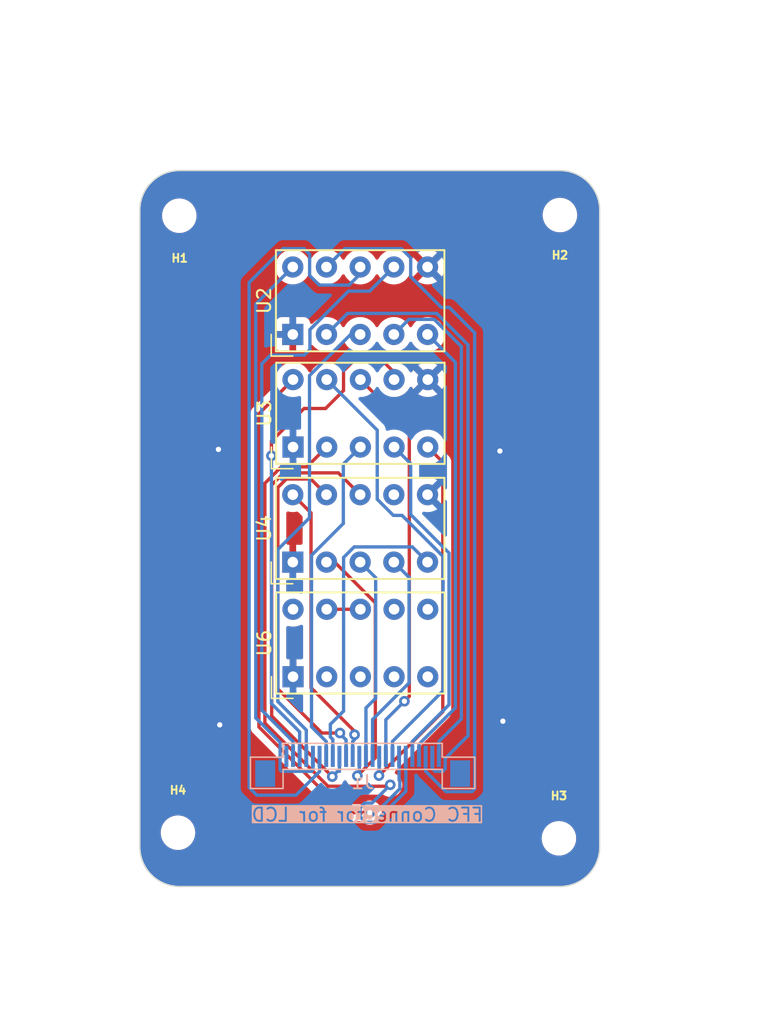
<source format=kicad_pcb>
(kicad_pcb (version 20221018) (generator pcbnew)
  (layers (0 "F.Cu" signal) (31 "B.Cu" signal) (34 "B.Paste" user) (35 "F.Paste" user) (36 "B.SilkS" user "B.Silkscreen") (37 "F.SilkS" user "F.Silkscreen") (38 "B.Mask" user) (39 "F.Mask" user) (44 "Edge.Cuts" user))
  (net 0 "")
  (net 1 "+5V")
  (net 5 "200V_RANGE")
  (net 6 "ICL7107_E1")
  (net 7 "ICL7107_D1")
  (net 8 "ICL7107_C1")
  (net 9 "20V_RANGE")
  (net 10 "ICL7107_E2")
  (net 11 "ICL7107_D2")
  (net 12 "ICL7107_C2")
  (net 13 "ICL7107_E3")
  (net 14 "ICL7107_D3")
  (net 15 "ICL7107_C3")
  (net 16 "ICL7107_B3")
  (net 17 "ICL7107_A3")
  (net 18 "ICL7107_F3")
  (net 19 "ICL7107_G3")
  (net 20 "ICL7107_B2")
  (net 21 "ICL7107_A2")
  (net 22 "ICL7107_F2")
  (net 23 "ICL7107_G2")
  (net 24 "ICL7107_B1")
  (net 25 "ICL7107_A1")
  (net 26 "ICL7107_F1")
  (net 27 "ICL7107_G1")
  (net 31 "ICL7107_AB4")
  (footprint "MountingHole:MountingHole_2.1mm" (layer "F.Cu") (at 156.95 72.7)
    (fp_text reference "H2" (at 0 3.025) (layer "F.SilkS") (effects (font (size 0.6 0.6))))
    (fp_text value "MountingHole")
    (pad "" np_thru_hole circle (at 0 0) (size 2.1 2.1) (drill 2.1) (layers "*.Cu" "*.Mask"))
  )
  (footprint "MountingHole:MountingHole_2.1mm" (layer "F.Cu") (at 128.15 119.225)
    (fp_text reference "H4" (at 0 -3.2) (layer "F.SilkS") (effects (font (size 0.6 0.6))))
    (fp_text value "MountingHole")
    (pad "" np_thru_hole circle (at 0 0) (size 2.1 2.1) (drill 2.1) (layers "*.Cu" "*.Mask"))
  )
  (footprint "Display_7Segment:HDSP-7401" (layer "F.Cu") (at 136.825 90.175 90)
    (fp_text reference "U3" (at 2.54 -2.159 90) (layer "F.SilkS"))
    (fp_text value "HDSP-7401")
    (fp_line (start -1.63 -1.63) (end 0 -1.63) (stroke (width 0.12)) (layer "F.SilkS"))
    (fp_line (start -1.63 0) (end -1.63 -1.63) (stroke (width 0.12)) (layer "F.SilkS"))
    (fp_line (start -1.27 -1.27) (end -1.27 11.43) (stroke (width 0.15)) (layer "F.SilkS"))
    (fp_line (start -1.27 11.43) (end 6.35 11.43) (stroke (width 0.15)) (layer "F.SilkS"))
    (fp_line (start 6.35 -1.27) (end -1.27 -1.27) (stroke (width 0.15)) (layer "F.SilkS"))
    (fp_line (start 6.35 11.43) (end 6.35 -1.27) (stroke (width 0.15)) (layer "F.SilkS"))
    (pad "1" thru_hole rect (at 0 0 90) (size 1.6 1.6) (drill 0.8) (layers "*.Cu" "*.Mask") (net 1 "+5V"))
    (pad "2" thru_hole circle (at 0 2.54 90) (size 1.6 1.6) (drill 0.8) (layers "*.Cu" "*.Mask") (net 22 "ICL7107_F2"))
    (pad "3" thru_hole circle (at 0 5.08 90) (size 1.6 1.6) (drill 0.8) (layers "*.Cu" "*.Mask") (net 23 "ICL7107_G2"))
    (pad "4" thru_hole circle (at 0 7.62 90) (size 1.6 1.6) (drill 0.8) (layers "*.Cu" "*.Mask") (net 10 "ICL7107_E2"))
    (pad "5" thru_hole circle (at 0 10.16 90) (size 1.6 1.6) (drill 0.8) (layers "*.Cu" "*.Mask") (net 11 "ICL7107_D2"))
    (pad "6" thru_hole circle (at 5.08 10.16 90) (size 1.6 1.6) (drill 0.8) (layers "*.Cu" "*.Mask") (net 1 "+5V"))
    (pad "7" thru_hole circle (at 5.08 7.62 90) (size 1.6 1.6) (drill 0.8) (layers "*.Cu" "*.Mask") (net 5 "200V_RANGE"))
    (pad "8" thru_hole circle (at 5.08 5.08 90) (size 1.6 1.6) (drill 0.8) (layers "*.Cu" "*.Mask") (net 12 "ICL7107_C2"))
    (pad "9" thru_hole circle (at 5.08 2.54 90) (size 1.6 1.6) (drill 0.8) (layers "*.Cu" "*.Mask") (net 20 "ICL7107_B2"))
    (pad "10" thru_hole circle (at 5.08 0 90) (size 1.6 1.6) (drill 0.8) (layers "*.Cu" "*.Mask") (net 21 "ICL7107_A2"))
  )
  (footprint "Display_7Segment:HDSP-7401" (layer "F.Cu") (at 136.8075 98.8425 90)
    (fp_text reference "U4" (at 2.54 -2.159 90) (layer "F.SilkS"))
    (fp_text value "HDSP-7401")
    (fp_line (start -1.63 -1.63) (end 0 -1.63) (stroke (width 0.12)) (layer "F.SilkS"))
    (fp_line (start -1.63 0) (end -1.63 -1.63) (stroke (width 0.12)) (layer "F.SilkS"))
    (fp_line (start -1.27 -1.27) (end -1.27 11.43) (stroke (width 0.15)) (layer "F.SilkS"))
    (fp_line (start -1.27 11.43) (end 6.35 11.43) (stroke (width 0.15)) (layer "F.SilkS"))
    (fp_line (start 6.35 -1.27) (end -1.27 -1.27) (stroke (width 0.15)) (layer "F.SilkS"))
    (fp_line (start 6.35 11.43) (end 6.35 -1.27) (stroke (width 0.15)) (layer "F.SilkS"))
    (pad "1" thru_hole rect (at 0 0 90) (size 1.6 1.6) (drill 0.8) (layers "*.Cu" "*.Mask") (net 1 "+5V"))
    (pad "2" thru_hole circle (at 0 2.54 90) (size 1.6 1.6) (drill 0.8) (layers "*.Cu" "*.Mask") (net 26 "ICL7107_F1"))
    (pad "3" thru_hole circle (at 0 5.08 90) (size 1.6 1.6) (drill 0.8) (layers "*.Cu" "*.Mask") (net 27 "ICL7107_G1"))
    (pad "4" thru_hole circle (at 0 7.62 90) (size 1.6 1.6) (drill 0.8) (layers "*.Cu" "*.Mask") (net 6 "ICL7107_E1"))
    (pad "5" thru_hole circle (at 0 10.16 90) (size 1.6 1.6) (drill 0.8) (layers "*.Cu" "*.Mask") (net 7 "ICL7107_D1"))
    (pad "6" thru_hole circle (at 5.08 10.16 90) (size 1.6 1.6) (drill 0.8) (layers "*.Cu" "*.Mask") (net 1 "+5V"))
    (pad "7" thru_hole circle (at 5.08 7.62 90) (size 1.6 1.6) (drill 0.8) (layers "*.Cu" "*.Mask"))
    (pad "8" thru_hole circle (at 5.08 5.08 90) (size 1.6 1.6) (drill 0.8) (layers "*.Cu" "*.Mask") (net 8 "ICL7107_C1"))
    (pad "9" thru_hole circle (at 5.08 2.54 90) (size 1.6 1.6) (drill 0.8) (layers "*.Cu" "*.Mask") (net 24 "ICL7107_B1"))
    (pad "10" thru_hole circle (at 5.08 0 90) (size 1.6 1.6) (drill 0.8) (layers "*.Cu" "*.Mask") (net 25 "ICL7107_A1"))
  )
  (footprint "Display_7Segment:HDSP-7401" (layer "F.Cu") (at 136.825 107.475 90)
    (fp_text reference "U6" (at 2.54 -2.159 90) (layer "F.SilkS"))
    (fp_text value "HDSP-7401")
    (fp_line (start -1.63 -1.63) (end 0 -1.63) (stroke (width 0.12)) (layer "F.SilkS"))
    (fp_line (start -1.63 0) (end -1.63 -1.63) (stroke (width 0.12)) (layer "F.SilkS"))
    (fp_line (start -1.27 -1.27) (end -1.27 11.43) (stroke (width 0.15)) (layer "F.SilkS"))
    (fp_line (start -1.27 11.43) (end 6.35 11.43) (stroke (width 0.15)) (layer "F.SilkS"))
    (fp_line (start 6.35 -1.27) (end -1.27 -1.27) (stroke (width 0.15)) (layer "F.SilkS"))
    (fp_line (start 6.35 11.43) (end 6.35 -1.27) (stroke (width 0.15)) (layer "F.SilkS"))
    (pad "1" thru_hole rect (at 0 0 90) (size 1.6 1.6) (drill 0.8) (layers "*.Cu" "*.Mask") (net 1 "+5V"))
    (pad "2" thru_hole circle (at 0 2.54 90) (size 1.6 1.6) (drill 0.8) (layers "*.Cu" "*.Mask"))
    (pad "3" thru_hole circle (at 0 5.08 90) (size 1.6 1.6) (drill 0.8) (layers "*.Cu" "*.Mask"))
    (pad "4" thru_hole circle (at 0 7.62 90) (size 1.6 1.6) (drill 0.8) (layers "*.Cu" "*.Mask"))
    (pad "5" thru_hole circle (at 0 10.16 90) (size 1.6 1.6) (drill 0.8) (layers "*.Cu" "*.Mask"))
    (pad "6" thru_hole circle (at 5.08 10.16 90) (size 1.6 1.6) (drill 0.8) (layers "*.Cu" "*.Mask") (net 1 "+5V"))
    (pad "7" thru_hole circle (at 5.08 7.62 90) (size 1.6 1.6) (drill 0.8) (layers "*.Cu" "*.Mask"))
    (pad "8" thru_hole circle (at 5.08 5.08 90) (size 1.6 1.6) (drill 0.8) (layers "*.Cu" "*.Mask") (net 31 "ICL7107_AB4"))
    (pad "9" thru_hole circle (at 5.08 2.54 90) (size 1.6 1.6) (drill 0.8) (layers "*.Cu" "*.Mask") (net 31 "ICL7107_AB4"))
    (pad "10" thru_hole circle (at 5.08 0 90) (size 1.6 1.6) (drill 0.8) (layers "*.Cu" "*.Mask"))
  )
  (footprint "MountingHole:MountingHole_2.1mm" (layer "F.Cu") (at 128.25 72.75)
    (fp_text reference "H1" (at 0.025 3.2 unlocked) (layer "F.SilkS") (effects (font (size 0.6 0.6))))
    (fp_text value "MountingHole")
    (pad "" np_thru_hole circle (at 0 0) (size 2.1 2.1) (drill 2.1) (layers "*.Cu" "*.Mask"))
  )
  (footprint "Display_7Segment:HDSP-7401" (layer "F.Cu") (at 136.8075 81.6925 90)
    (fp_text reference "U2" (at 2.54 -2.159 90) (layer "F.SilkS"))
    (fp_text value "HDSP-7401")
    (fp_line (start -1.63 -1.63) (end 0 -1.63) (stroke (width 0.12)) (layer "F.SilkS"))
    (fp_line (start -1.63 0) (end -1.63 -1.63) (stroke (width 0.12)) (layer "F.SilkS"))
    (fp_line (start -1.27 -1.27) (end -1.27 11.43) (stroke (width 0.15)) (layer "F.SilkS"))
    (fp_line (start -1.27 11.43) (end 6.35 11.43) (stroke (width 0.15)) (layer "F.SilkS"))
    (fp_line (start 6.35 -1.27) (end -1.27 -1.27) (stroke (width 0.15)) (layer "F.SilkS"))
    (fp_line (start 6.35 11.43) (end 6.35 -1.27) (stroke (width 0.15)) (layer "F.SilkS"))
    (pad "1" thru_hole rect (at 0 0 90) (size 1.6 1.6) (drill 0.8) (layers "*.Cu" "*.Mask") (net 1 "+5V"))
    (pad "2" thru_hole circle (at 0 2.54 90) (size 1.6 1.6) (drill 0.8) (layers "*.Cu" "*.Mask") (net 18 "ICL7107_F3"))
    (pad "3" thru_hole circle (at 0 5.08 90) (size 1.6 1.6) (drill 0.8) (layers "*.Cu" "*.Mask") (net 19 "ICL7107_G3"))
    (pad "4" thru_hole circle (at 0 7.62 90) (size 1.6 1.6) (drill 0.8) (layers "*.Cu" "*.Mask") (net 13 "ICL7107_E3"))
    (pad "5" thru_hole circle (at 0 10.16 90) (size 1.6 1.6) (drill 0.8) (layers "*.Cu" "*.Mask") (net 14 "ICL7107_D3"))
    (pad "6" thru_hole circle (at 5.08 10.16 90) (size 1.6 1.6) (drill 0.8) (layers "*.Cu" "*.Mask") (net 1 "+5V"))
    (pad "7" thru_hole circle (at 5.08 7.62 90) (size 1.6 1.6) (drill 0.8) (layers "*.Cu" "*.Mask") (net 9 "20V_RANGE"))
    (pad "8" thru_hole circle (at 5.08 5.08 90) (size 1.6 1.6) (drill 0.8) (layers "*.Cu" "*.Mask") (net 15 "ICL7107_C3"))
    (pad "9" thru_hole circle (at 5.08 2.54 90) (size 1.6 1.6) (drill 0.8) (layers "*.Cu" "*.Mask") (net 16 "ICL7107_B3"))
    (pad "10" thru_hole circle (at 5.08 0 90) (size 1.6 1.6) (drill 0.8) (layers "*.Cu" "*.Mask") (net 17 "ICL7107_A3"))
  )
  (footprint "MountingHole:MountingHole_2.1mm" (layer "F.Cu") (at 156.875 119.65)
    (fp_text reference "H3" (at 0 -3.2) (layer "F.SilkS") (effects (font (size 0.6 0.6))))
    (fp_text value "MountingHole")
    (pad "" np_thru_hole circle (at 0 0) (size 2.1 2.1) (drill 2.1) (layers "*.Cu" "*.Mask"))
  )
  (footprint "priums_lib:FPC_24" (layer "B.Cu") (at 142.075 113.475 180)
    (fp_text reference "J1" (at 0 -1.95) (layer "B.SilkS") (effects (justify mirror)))
    (fp_text value "FFC Connector")
    (fp_line (start -8.46 -2.42) (end -8.46 -0.06) (stroke (width 0.12)) (layer "B.SilkS"))
    (fp_line (start -8.46 -0.06) (end -6 -0.06) (stroke (width 0.12)) (layer "B.SilkS"))
    (fp_line (start -6 -2.42) (end -8.46 -2.42) (stroke (width 0.12)) (layer "B.SilkS"))
    (fp_line (start -6 -0.98) (end -6 -2.42) (stroke (width 0.12)) (layer "B.SilkS"))
    (fp_line (start -6 -0.98) (end 6 -0.98) (stroke (width 0.12)) (layer "B.SilkS"))
    (fp_line (start -6 -0.06) (end -6 0.98) (stroke (width 0.12)) (layer "B.SilkS"))
    (fp_line (start -6 0.98) (end 6 0.98) (stroke (width 0.12)) (layer "B.SilkS"))
    (fp_line (start 6 -2.42) (end 8.46 -2.42) (stroke (width 0.12)) (layer "B.SilkS"))
    (fp_line (start 6 -0.98) (end 6 -2.42) (stroke (width 0.12)) (layer "B.SilkS"))
    (fp_line (start 6 -0.06) (end 6 0.98) (stroke (width 0.12)) (layer "B.SilkS"))
    (fp_line (start 8.46 -2.42) (end 8.46 -0.06) (stroke (width 0.12)) (layer "B.SilkS"))
    (fp_line (start 8.46 -0.06) (end 6 -0.06) (stroke (width 0.12)) (layer "B.SilkS"))
    (pad "0" smd rect (at -7.35 -1.3 180) (size 1.5 2) (layers "B.Cu" "B.Paste" "B.Mask"))
    (pad "0" smd rect (at 7.35 -1.3 180) (size 1.5 2) (layers "B.Cu" "B.Paste" "B.Mask"))
    (pad "1" smd rect (at -5.75 0 180) (size 0.3 1.6) (layers "B.Cu" "B.Paste" "B.Mask") (net 13 "ICL7107_E3"))
    (pad "2" smd rect (at -5.25 0 180) (size 0.3 1.6) (layers "B.Cu" "B.Paste" "B.Mask") (net 18 "ICL7107_F3"))
    (pad "3" smd rect (at -4.75 0 180) (size 0.3 1.6) (layers "B.Cu" "B.Paste" "B.Mask") (net 16 "ICL7107_B3"))
    (pad "4" smd rect (at -4.25 0 180) (size 0.3 1.6) (layers "B.Cu" "B.Paste" "B.Mask") (net 14 "ICL7107_D3"))
    (pad "5" smd rect (at -3.75 0 180) (size 0.3 1.6) (layers "B.Cu" "B.Paste" "B.Mask") (net 10 "ICL7107_E2"))
    (pad "6" smd rect (at -3.25 0 180) (size 0.3 1.6) (layers "B.Cu" "B.Paste" "B.Mask") (net 22 "ICL7107_F2"))
    (pad "7" smd rect (at -2.75 0 180) (size 0.3 1.6) (layers "B.Cu" "B.Paste" "B.Mask") (net 21 "ICL7107_A2"))
    (pad "8" smd rect (at -2.25 0 180) (size 0.3 1.6) (layers "B.Cu" "B.Paste" "B.Mask") (net 20 "ICL7107_B2"))
    (pad "9" smd rect (at -1.75 0 180) (size 0.3 1.6) (layers "B.Cu" "B.Paste" "B.Mask") (net 12 "ICL7107_C2"))
    (pad "10" smd rect (at -1.25 0 180) (size 0.3 1.6) (layers "B.Cu" "B.Paste" "B.Mask") (net 11 "ICL7107_D2"))
    (pad "11" smd rect (at -0.75 0 180) (size 0.3 1.6) (layers "B.Cu" "B.Paste" "B.Mask") (net 6 "ICL7107_E1"))
    (pad "12" smd rect (at -0.25 0 180) (size 0.3 1.6) (layers "B.Cu" "B.Paste" "B.Mask") (net 27 "ICL7107_G1"))
    (pad "13" smd rect (at 0.25 0 180) (size 0.3 1.6) (layers "B.Cu" "B.Paste" "B.Mask") (net 26 "ICL7107_F1"))
    (pad "14" smd rect (at 0.75 0 180) (size 0.3 1.6) (layers "B.Cu" "B.Paste" "B.Mask") (net 25 "ICL7107_A1"))
    (pad "15" smd rect (at 1.25 0 180) (size 0.3 1.6) (layers "B.Cu" "B.Paste" "B.Mask") (net 24 "ICL7107_B1"))
    (pad "16" smd rect (at 1.75 0 180) (size 0.3 1.6) (layers "B.Cu" "B.Paste" "B.Mask") (net 8 "ICL7107_C1"))
    (pad "17" smd rect (at 2.25 0 180) (size 0.3 1.6) (layers "B.Cu" "B.Paste" "B.Mask") (net 7 "ICL7107_D1"))
    (pad "18" smd rect (at 2.75 0 180) (size 0.3 1.6) (layers "B.Cu" "B.Paste" "B.Mask") (net 23 "ICL7107_G2"))
    (pad "19" smd rect (at 3.25 0 180) (size 0.3 1.6) (layers "B.Cu" "B.Paste" "B.Mask") (net 15 "ICL7107_C3"))
    (pad "20" smd rect (at 3.75 0 180) (size 0.3 1.6) (layers "B.Cu" "B.Paste" "B.Mask") (net 17 "ICL7107_A3"))
    (pad "21" smd rect (at 4.25 0 180) (size 0.3 1.6) (layers "B.Cu" "B.Paste" "B.Mask") (net 19 "ICL7107_G3"))
    (pad "22" smd rect (at 4.75 0 180) (size 0.3 1.6) (layers "B.Cu" "B.Paste" "B.Mask") (net 5 "200V_RANGE"))
    (pad "23" smd rect (at 5.25 0 180) (size 0.3 1.6) (layers "B.Cu" "B.Paste" "B.Mask") (net 9 "20V_RANGE"))
    (pad "24" smd rect (at 5.75 0 180) (size 0.3 1.6) (layers "B.Cu" "B.Paste" "B.Mask") (net 1 "+5V"))
  )
  (gr_arc (start 128.275 123.275) (mid 126.15368 122.39632) (end 125.275 120.275) (stroke (width 0.1)) (layer "Edge.Cuts"))
  (gr_line (start 159.95 72.35) (end 159.95 120.275) (stroke (width 0.1)) (layer "Edge.Cuts"))
  (gr_line (start 156.95 123.275) (end 128.275 123.275) (stroke (width 0.1)) (layer "Edge.Cuts"))
  (gr_line (start 125.275 120.275) (end 125.275 72.35) (stroke (width 0.1)) (layer "Edge.Cuts"))
  (gr_line (start 128.275 69.35) (end 156.95 69.35) (stroke (width 0.1)) (layer "Edge.Cuts"))
  (gr_arc (start 159.95 120.275) (mid 159.07132 122.39632) (end 156.95 123.275) (stroke (width 0.1)) (layer "Edge.Cuts"))
  (gr_arc (start 156.95 69.35) (mid 159.07132 70.22868) (end 159.95 72.35) (stroke (width 0.1)) (layer "Edge.Cuts"))
  (gr_arc (start 125.275 72.35) (mid 126.15368 70.22868) (end 128.275 69.35) (stroke (width 0.1)) (layer "Edge.Cuts"))
  (gr_text "FFC Connector for LCD" (at 142.425 117.875) (layer "B.SilkS" knockout) (effects (font (size 1 1)) (justify mirror)))
  (via (at 131.3 111.1) (size 0.8) (drill 0.4) (layers "F.Cu" "B.Cu") (net 1))
  (via (at 131.2 90.35) (size 0.8) (drill 0.4) (layers "F.Cu" "B.Cu") (net 1))
  (via (at 152.65 110.825) (size 0.8) (drill 0.4) (layers "F.Cu" "B.Cu") (net 1))
  (via (at 152.425 90.475) (size 0.8) (drill 0.4) (layers "F.Cu" "B.Cu") (net 1))
  (segment (start 144.445 84.545) (end 144.445 85.095) (width 0.25) (layer "F.Cu") (net 5))
  (segment (start 140.635 85.915) (end 140.635 84.44) (width 0.25) (layer "F.Cu") (net 5))
  (segment (start 143.575 83.675) (end 144.445 84.545) (width 0.25) (layer "F.Cu") (net 5))
  (segment (start 135.1972 90.8332) (end 135.1972 89.7309) (width 0.25) (layer "F.Cu") (net 5))
  (segment (start 140.635 84.44) (end 141.4 83.675) (width 0.25) (layer "F.Cu") (net 5))
  (segment (start 137.6571 87.271) (end 139.279 87.271) (width 0.25) (layer "F.Cu") (net 5))
  (segment (start 135.1972 89.7309) (end 137.6571 87.271) (width 0.25) (layer "F.Cu") (net 5))
  (segment (start 139.279 87.271) (end 140.635 85.915) (width 0.25) (layer "F.Cu") (net 5))
  (segment (start 141.4 83.675) (end 143.575 83.675) (width 0.25) (layer "F.Cu") (net 5))
  (via (at 135.1972 90.8332) (size 0.8) (drill 0.4) (layers "F.Cu" "B.Cu") (net 5))
  (segment (start 137.325 111.6278) (end 135.1972 109.5) (width 0.25) (layer "B.Cu") (net 5))
  (segment (start 135.1972 109.5) (end 135.1972 90.8332) (width 0.25) (layer "B.Cu") (net 5))
  (segment (start 137.325 113.475) (end 137.325 111.6278) (width 0.25) (layer "B.Cu") (net 5))
  (segment (start 145.577 107.9438) (end 142.825 110.6958) (width 0.25) (layer "B.Cu") (net 6))
  (segment (start 144.4275 98.8425) (end 145.577 99.992) (width 0.25) (layer "B.Cu") (net 6))
  (segment (start 145.577 99.992) (end 145.577 107.9438) (width 0.25) (layer "B.Cu") (net 6))
  (segment (start 142.825 110.6958) (end 142.825 113.475) (width 0.25) (layer "B.Cu") (net 6))
  (segment (start 139.6384 111.0627) (end 139.6384 112.0162) (width 0.25) (layer "B.Cu") (net 7))
  (segment (start 140.6391 98.4907) (end 140.6391 110.062) (width 0.25) (layer "B.Cu") (net 7))
  (segment (start 141.4313 97.6985) (end 140.6391 98.4907) (width 0.25) (layer "B.Cu") (net 7))
  (segment (start 140.6391 110.062) (end 139.6384 111.0627) (width 0.25) (layer "B.Cu") (net 7))
  (segment (start 145.8235 97.6985) (end 141.4313 97.6985) (width 0.25) (layer "B.Cu") (net 7))
  (segment (start 139.825 112.2028) (end 139.825 113.475) (width 0.25) (layer "B.Cu") (net 7))
  (segment (start 139.6384 112.0162) (end 139.825 112.2028) (width 0.25) (layer "B.Cu") (net 7))
  (segment (start 146.9675 98.8425) (end 145.8235 97.6985) (width 0.25) (layer "B.Cu") (net 7))
  (segment (start 140.2439 92.1189) (end 141.8875 93.7625) (width 0.25) (layer "F.Cu") (net 8))
  (segment (start 136.1242 92.1189) (end 140.2439 92.1189) (width 0.25) (layer "F.Cu") (net 8))
  (segment (start 135.2175 93.0256) (end 136.1242 92.1189) (width 0.25) (layer "F.Cu") (net 8))
  (segment (start 139.7846 114.9993) (end 135.2175 110.4322) (width 0.25) (layer "F.Cu") (net 8))
  (segment (start 135.2175 110.4322) (end 135.2175 93.0256) (width 0.25) (layer "F.Cu") (net 8))
  (via (at 139.7846 114.9993) (size 0.8) (drill 0.4) (layers "F.Cu" "B.Cu") (net 8))
  (segment (start 140.325 114.6001) (end 140.1838 114.6001) (width 0.25) (layer "B.Cu") (net 8))
  (segment (start 140.1838 114.6001) (end 139.7846 114.9993) (width 0.25) (layer "B.Cu") (net 8))
  (segment (start 140.325 113.475) (end 140.325 114.6001) (width 0.25) (layer "B.Cu") (net 8))
  (segment (start 140.9992 78.4329) (end 142.6071 78.4329) (width 0.25) (layer "B.Cu") (net 9))
  (segment (start 135.1292 83.2458) (end 137.6792 83.2458) (width 0.25) (layer "B.Cu") (net 9))
  (segment (start 136.825 112.3499) (end 134.4689 109.9938) (width 0.25) (layer "B.Cu") (net 9))
  (segment (start 138.1 82.825) (end 138.1 81.3321) (width 0.25) (layer "B.Cu") (net 9))
  (segment (start 142.6071 78.4329) (end 144.4275 76.6125) (width 0.25) (layer "B.Cu") (net 9))
  (segment (start 134.4689 109.9938) (end 134.4689 83.9061) (width 0.25) (layer "B.Cu") (net 9))
  (segment (start 136.825 113.475) (end 136.825 112.3499) (width 0.25) (layer "B.Cu") (net 9))
  (segment (start 138.1 81.3321) (end 140.9992 78.4329) (width 0.25) (layer "B.Cu") (net 9))
  (segment (start 137.6792 83.2458) (end 138.1 82.825) (width 0.25) (layer "B.Cu") (net 9))
  (segment (start 134.4689 83.9061) (end 135.1292 83.2458) (width 0.25) (layer "B.Cu") (net 9))
  (segment (start 145.825 112.3499) (end 148.5884 109.5865) (width 0.25) (layer "B.Cu") (net 10))
  (segment (start 148.5884 109.5865) (end 148.5884 98.1545) (width 0.25) (layer "B.Cu") (net 10))
  (segment (start 145.825 113.475) (end 145.825 112.3499) (width 0.25) (layer "B.Cu") (net 10))
  (segment (start 148.5884 98.1545) (end 145.6975 95.2636) (width 0.25) (layer "B.Cu") (net 10))
  (segment (start 145.6975 91.4275) (end 144.445 90.175) (width 0.25) (layer "B.Cu") (net 10))
  (segment (start 145.6975 95.2636) (end 145.6975 91.4275) (width 0.25) (layer "B.Cu") (net 10))
  (segment (start 148.1178 110.1128) (end 148.1178 91.3078) (width 0.25) (layer "F.Cu") (net 11))
  (segment (start 148.1178 91.3078) (end 146.985 90.175) (width 0.25) (layer "F.Cu") (net 11))
  (segment (start 143.3046 114.926) (end 148.1178 110.1128) (width 0.25) (layer "F.Cu") (net 11))
  (via (at 143.3046 114.926) (size 0.8) (drill 0.4) (layers "F.Cu" "B.Cu") (net 11))
  (segment (start 143.325 113.475) (end 143.325 114.9056) (width 0.25) (layer "B.Cu") (net 11))
  (segment (start 143.325 114.9056) (end 143.3046 114.926) (width 0.25) (layer "B.Cu") (net 11))
  (segment (start 145.5923 108.9539) (end 145.5923 88.7823) (width 0.25) (layer "F.Cu") (net 12))
  (segment (start 145.2243 109.3219) (end 145.5923 108.9539) (width 0.25) (layer "F.Cu") (net 12))
  (segment (start 145.5923 88.7823) (end 141.905 85.095) (width 0.25) (layer "F.Cu") (net 12))
  (via (at 145.2243 109.3219) (size 0.8) (drill 0.4) (layers "F.Cu" "B.Cu") (net 12))
  (segment (start 143.825 110.7212) (end 145.2243 109.3219) (width 0.25) (layer "B.Cu") (net 12))
  (segment (start 143.825 113.475) (end 143.825 110.7212) (width 0.25) (layer "B.Cu") (net 12))
  (segment (start 147.825 113.475) (end 147.825 112.3499) (width 0.25) (layer "B.Cu") (net 13))
  (segment (start 145.5643 80.5557) (end 144.4275 81.6925) (width 0.25) (layer "B.Cu") (net 13))
  (segment (start 149.5196 82.6062) (end 147.4691 80.5557) (width 0.25) (layer "B.Cu") (net 13))
  (segment (start 147.825 112.3499) (end 149.5196 110.6553) (width 0.25) (layer "B.Cu") (net 13))
  (segment (start 147.4691 80.5557) (end 145.5643 80.5557) (width 0.25) (layer "B.Cu") (net 13))
  (segment (start 149.5196 110.6553) (end 149.5196 82.6062) (width 0.25) (layer "B.Cu") (net 13))
  (segment (start 149.0694 83.7944) (end 146.9675 81.6925) (width 0.25) (layer "B.Cu") (net 14))
  (segment (start 146.325 112.5603) (end 149.0694 109.8159) (width 0.25) (layer "B.Cu") (net 14))
  (segment (start 149.0694 109.8159) (end 149.0694 83.7944) (width 0.25) (layer "B.Cu") (net 14))
  (segment (start 146.325 113.475) (end 146.325 112.5603) (width 0.25) (layer "B.Cu") (net 14))
  (segment (start 134.0939 116.4) (end 133.5151 115.8212) (width 0.25) (layer "B.Cu") (net 15))
  (segment (start 137.0436 116.4) (end 134.0939 116.4) (width 0.25) (layer "B.Cu") (net 15))
  (segment (start 133.5151 77.7849) (end 136.075 75.225) (width 0.25) (layer "B.Cu") (net 15))
  (segment (start 138.825 114.6186) (end 137.0436 116.4) (width 0.25) (layer "B.Cu") (net 15))
  (segment (start 137.65 75.225) (end 138.0775 75.6525) (width 0.25) (layer "B.Cu") (net 15))
  (segment (start 138.825 113.475) (end 138.825 114.6186) (width 0.25) (layer "B.Cu") (net 15))
  (segment (start 141.05 77.975) (end 141.8875 77.1375) (width 0.25) (layer "B.Cu") (net 15))
  (segment (start 138.0775 77.2525) (end 138.8 77.975) (width 0.25) (layer "B.Cu") (net 15))
  (segment (start 138.0775 75.6525) (end 138.0775 77.2525) (width 0.25) (layer "B.Cu") (net 15))
  (segment (start 141.8875 77.1375) (end 141.8875 76.6125) (width 0.25) (layer "B.Cu") (net 15))
  (segment (start 136.075 75.225) (end 137.65 75.225) (width 0.25) (layer "B.Cu") (net 15))
  (segment (start 133.5151 115.8212) (end 133.5151 77.7849) (width 0.25) (layer "B.Cu") (net 15))
  (segment (start 138.8 77.975) (end 141.05 77.975) (width 0.25) (layer "B.Cu") (net 15))
  (segment (start 140.735 75.225) (end 145 75.225) (width 0.25) (layer "B.Cu") (net 16))
  (segment (start 145 75.225) (end 145.6975 75.9225) (width 0.25) (layer "B.Cu") (net 16))
  (segment (start 139.3475 76.6125) (end 140.735 75.225) (width 0.25) (layer "B.Cu") (net 16))
  (segment (start 148.6055 79.6555) (end 150.5234 81.5734) (width 0.25) (layer "B.Cu") (net 16))
  (segment (start 145.6975 75.9225) (end 145.6975 77.3475) (width 0.25) (layer "B.Cu") (net 16))
  (segment (start 145.6975 77.3475) (end 148.0055 79.6555) (width 0.25) (layer "B.Cu") (net 16))
  (segment (start 150.5234 81.5734) (end 150.5234 115.923) (width 0.25) (layer "B.Cu") (net 16))
  (segment (start 150.5234 115.923) (end 150.3144 116.132) (width 0.25) (layer "B.Cu") (net 16))
  (segment (start 148.3569 116.132) (end 146.825 114.6001) (width 0.25) (layer "B.Cu") (net 16))
  (segment (start 148.0055 79.6555) (end 148.6055 79.6555) (width 0.25) (layer "B.Cu") (net 16))
  (segment (start 150.3144 116.132) (end 148.3569 116.132) (width 0.25) (layer "B.Cu") (net 16))
  (segment (start 146.825 114.6001) (end 146.825 113.475) (width 0.25) (layer "B.Cu") (net 16))
  (segment (start 135.8498 114.4846) (end 135.8498 112.4133) (width 0.25) (layer "B.Cu") (net 17))
  (segment (start 135.8498 112.4133) (end 134.0156 110.5791) (width 0.25) (layer "B.Cu") (net 17))
  (segment (start 134.0156 79.4044) (end 136.8075 76.6125) (width 0.25) (layer "B.Cu") (net 17))
  (segment (start 134.0156 110.5791) (end 134.0156 79.4044) (width 0.25) (layer "B.Cu") (net 17))
  (segment (start 138.325 114.4819) (end 138.2067 114.6002) (width 0.25) (layer "B.Cu") (net 17))
  (segment (start 138.2067 114.6002) (end 135.9654 114.6002) (width 0.25) (layer "B.Cu") (net 17))
  (segment (start 138.325 113.475) (end 138.325 114.4819) (width 0.25) (layer "B.Cu") (net 17))
  (segment (start 135.9654 114.6002) (end 135.8498 114.4846) (width 0.25) (layer "B.Cu") (net 17))
  (segment (start 148.3002 113.6395) (end 150.0178 111.9219) (width 0.25) (layer "B.Cu") (net 18))
  (segment (start 148.1098 114.6002) (end 148.3002 114.4098) (width 0.25) (layer "B.Cu") (net 18))
  (segment (start 150.0178 82.4677) (end 147.6556 80.1055) (width 0.25) (layer "B.Cu") (net 18))
  (segment (start 147.325 113.475) (end 147.325 114.3868) (width 0.25) (layer "B.Cu") (net 18))
  (segment (start 147.325 114.3868) (end 147.5384 114.6002) (width 0.25) (layer "B.Cu") (net 18))
  (segment (start 150.0178 111.9219) (end 150.0178 82.4677) (width 0.25) (layer "B.Cu") (net 18))
  (segment (start 140.9345 80.1055) (end 139.3475 81.6925) (width 0.25) (layer "B.Cu") (net 18))
  (segment (start 147.6556 80.1055) (end 140.9345 80.1055) (width 0.25) (layer "B.Cu") (net 18))
  (segment (start 147.5384 114.6002) (end 148.1098 114.6002) (width 0.25) (layer "B.Cu") (net 18))
  (segment (start 148.3002 114.4098) (end 148.3002 113.6395) (width 0.25) (layer "B.Cu") (net 18))
  (segment (start 137.825 113.475) (end 137.825 111.4912) (width 0.25) (layer "B.Cu") (net 19))
  (segment (start 141.1687 81.6925) (end 141.8875 81.6925) (width 0.25) (layer "B.Cu") (net 19))
  (segment (start 135.6823 109.3485) (end 135.6823 97.8908) (width 0.25) (layer "B.Cu") (net 19))
  (segment (start 138.0676 84.7936) (end 141.1687 81.6925) (width 0.25) (layer "B.Cu") (net 19))
  (segment (start 135.6823 97.8908) (end 138.0676 95.5055) (width 0.25) (layer "B.Cu") (net 19))
  (segment (start 137.825 111.4912) (end 135.6823 109.3485) (width 0.25) (layer "B.Cu") (net 19))
  (segment (start 138.0676 95.5055) (end 138.0676 84.7936) (width 0.25) (layer "B.Cu") (net 19))
  (segment (start 143.175 88.905) (end 139.365 85.095) (width 0.25) (layer "B.Cu") (net 20))
  (segment (start 145.0453 95.3204) (end 144.388 95.3204) (width 0.25) (layer "B.Cu") (net 20))
  (segment (start 143.175 94.1074) (end 143.175 88.905) (width 0.25) (layer "B.Cu") (net 20))
  (segment (start 148.1382 98.4133) (end 145.0453 95.3204) (width 0.25) (layer "B.Cu") (net 20))
  (segment (start 144.325 113.475) (end 144.325 112.3499) (width 0.25) (layer "B.Cu") (net 20))
  (segment (start 144.325 112.3499) (end 148.1382 108.5367) (width 0.25) (layer "B.Cu") (net 20))
  (segment (start 148.1382 108.5367) (end 148.1382 98.4133) (width 0.25) (layer "B.Cu") (net 20))
  (segment (start 144.388 95.3204) (end 143.175 94.1074) (width 0.25) (layer "B.Cu") (net 20))
  (segment (start 140.7098 117.7155) (end 142.6125 117.7155) (width 0.25) (layer "F.Cu") (net 21))
  (segment (start 134.2533 87.6667) (end 134.2533 111.259) (width 0.25) (layer "F.Cu") (net 21))
  (segment (start 136.825 85.095) (end 134.2533 87.6667) (width 0.25) (layer "F.Cu") (net 21))
  (segment (start 134.2533 111.259) (end 140.7098 117.7155) (width 0.25) (layer "F.Cu") (net 21))
  (via (at 142.6125 117.7155) (size 0.8) (drill 0.4) (layers "F.Cu" "B.Cu") (net 21))
  (segment (start 143.0832 117.7155) (end 144.8815 115.9172) (width 0.25) (layer "B.Cu") (net 21))
  (segment (start 142.6125 117.7155) (end 143.0832 117.7155) (width 0.25) (layer "B.Cu") (net 21))
  (segment (start 144.8815 115.9172) (end 144.8815 115.3164) (width 0.25) (layer "B.Cu") (net 21))
  (segment (start 144.825 115.2599) (end 144.825 113.475) (width 0.25) (layer "B.Cu") (net 21))
  (segment (start 144.8815 115.3164) (end 144.825 115.2599) (width 0.25) (layer "B.Cu") (net 21))
  (segment (start 144.0486 115.7246) (end 139.462 115.7246) (width 0.25) (layer "F.Cu") (net 22))
  (segment (start 137.8713 91.6687) (end 139.365 90.175) (width 0.25) (layer "F.Cu") (net 22))
  (segment (start 139.462 115.7246) (end 134.7035 110.9661) (width 0.25) (layer "F.Cu") (net 22))
  (segment (start 134.7035 92.9029) (end 135.9377 91.6687) (width 0.25) (layer "F.Cu") (net 22))
  (segment (start 134.7035 110.9661) (end 134.7035 92.9029) (width 0.25) (layer "F.Cu") (net 22))
  (segment (start 144.1564 115.6168) (end 144.0486 115.7246) (width 0.25) (layer "F.Cu") (net 22))
  (segment (start 135.9377 91.6687) (end 137.8713 91.6687) (width 0.25) (layer "F.Cu") (net 22))
  (via (at 144.1564 115.6168) (size 0.8) (drill 0.4) (layers "F.Cu" "B.Cu") (net 22))
  (segment (start 141.8873 117.3281) (end 141.8873 118.0355) (width 0.25) (layer "B.Cu") (net 22))
  (segment (start 145.3316 114.6067) (end 145.325 114.6001) (width 0.25) (layer "B.Cu") (net 22))
  (segment (start 142.9946 118.4407) (end 145.3316 116.1037) (width 0.25) (layer "B.Cu") (net 22))
  (segment (start 142.2925 118.4407) (end 142.9946 118.4407) (width 0.25) (layer "B.Cu") (net 22))
  (segment (start 142.2251 116.9903) (end 141.8873 117.3281) (width 0.25) (layer "B.Cu") (net 22))
  (segment (start 141.8873 118.0355) (end 142.2925 118.4407) (width 0.25) (layer "B.Cu") (net 22))
  (segment (start 144.1564 115.6168) (end 142.7829 116.9903) (width 0.25) (layer "B.Cu") (net 22))
  (segment (start 145.325 113.475) (end 145.325 114.6001) (width 0.25) (layer "B.Cu") (net 22))
  (segment (start 142.7829 116.9903) (end 142.2251 116.9903) (width 0.25) (layer "B.Cu") (net 22))
  (segment (start 145.3316 116.1037) (end 145.3316 114.6067) (width 0.25) (layer "B.Cu") (net 22))
  (segment (start 138.2194 111.2443) (end 138.2194 98.3307) (width 0.25) (layer "B.Cu") (net 23))
  (segment (start 139.325 113.475) (end 139.325 112.3499) (width 0.25) (layer "B.Cu") (net 23))
  (segment (start 138.2194 98.3307) (end 140.6175 95.9326) (width 0.25) (layer "B.Cu") (net 23))
  (segment (start 139.325 112.3499) (end 138.2194 111.2443) (width 0.25) (layer "B.Cu") (net 23))
  (segment (start 140.6175 95.9326) (end 140.6175 91.4625) (width 0.25) (layer "B.Cu") (net 23))
  (segment (start 140.6175 91.4625) (end 141.905 90.175) (width 0.25) (layer "B.Cu") (net 23))
  (segment (start 135.6823 108.3952) (end 139.0037 111.7166) (width 0.25) (layer "F.Cu") (net 24))
  (segment (start 138.1661 92.5811) (end 136.3195 92.5811) (width 0.25) (layer "F.Cu") (net 24))
  (segment (start 136.3195 92.5811) (end 135.6823 93.2183) (width 0.25) (layer "F.Cu") (net 24))
  (segment (start 139.0037 111.7166) (end 140.3643 111.7166) (width 0.25) (layer "F.Cu") (net 24))
  (segment (start 135.6823 93.2183) (end 135.6823 108.3952) (width 0.25) (layer "F.Cu") (net 24))
  (segment (start 139.3475 93.7625) (end 138.1661 92.5811) (width 0.25) (layer "F.Cu") (net 24))
  (via (at 140.3643 111.7166) (size 0.8) (drill 0.4) (layers "F.Cu" "B.Cu") (net 24))
  (segment (start 140.3643 111.7166) (end 140.3643 111.7692) (width 0.25) (layer "B.Cu") (net 24))
  (segment (start 140.3643 111.7692) (end 140.825 112.2299) (width 0.25) (layer "B.Cu") (net 24))
  (segment (start 140.825 112.2299) (end 140.825 113.475) (width 0.25) (layer "B.Cu") (net 24))
  (segment (start 141.4639 111.5889) (end 141.4639 111.8433) (width 0.25) (layer "F.Cu") (net 25))
  (segment (start 138.1828 95.1378) (end 138.1828 108.3078) (width 0.25) (layer "F.Cu") (net 25))
  (segment (start 138.1828 108.3078) (end 141.4639 111.5889) (width 0.25) (layer "F.Cu") (net 25))
  (segment (start 136.8075 93.7625) (end 138.1828 95.1378) (width 0.25) (layer "F.Cu") (net 25))
  (via (at 141.4639 111.8433) (size 0.8) (drill 0.4) (layers "F.Cu" "B.Cu") (net 25))
  (segment (start 141.325 113.475) (end 141.325 112.3499) (width 0.25) (layer "B.Cu") (net 25))
  (segment (start 141.325 112.3499) (end 141.4639 112.211) (width 0.25) (layer "B.Cu") (net 25))
  (segment (start 141.4639 112.211) (end 141.4639 111.8433) (width 0.25) (layer "B.Cu") (net 25))
  (segment (start 143.0314 101.9074) (end 139.9665 98.8425) (width 0.25) (layer "F.Cu") (net 26))
  (segment (start 141.6759 114.9373) (end 143.0314 113.5818) (width 0.25) (layer "F.Cu") (net 26))
  (segment (start 143.0314 113.5818) (end 143.0314 101.9074) (width 0.25) (layer "F.Cu") (net 26))
  (segment (start 139.9665 98.8425) (end 139.3475 98.8425) (width 0.25) (layer "F.Cu") (net 26))
  (via (at 141.6759 114.9373) (size 0.8) (drill 0.4) (layers "F.Cu" "B.Cu") (net 26))
  (segment (start 141.825 114.7882) (end 141.6759 114.9373) (width 0.25) (layer "B.Cu") (net 26))
  (segment (start 141.825 113.475) (end 141.825 114.7882) (width 0.25) (layer "B.Cu") (net 26))
  (segment (start 142.325 113.475) (end 142.325 109.8279) (width 0.25) (layer "B.Cu") (net 27))
  (segment (start 143.058 109.0949) (end 143.058 100.013) (width 0.25) (layer "B.Cu") (net 27))
  (segment (start 142.325 109.8279) (end 143.058 109.0949) (width 0.25) (layer "B.Cu") (net 27))
  (segment (start 143.058 100.013) (end 141.8875 98.8425) (width 0.25) (layer "B.Cu") (net 27))
  (segment (start 139.365 102.395) (end 141.905 102.395) (width 0.25) (layer "F.Cu") (net 31))
  (zone (net 1) (net_name "+5V") (layers "F&B.Cu") (connect_pads (clearance 0.508)) (min_thickness 0.254) (fill yes (thermal_gap 0.508) (thermal_bridge_width 0.508))
    (polygon (pts (xy 172.27 133.625) (xy 114.73 133.645) (xy 114.935 56.515) (xy 172.5 56.5)))
  )
)
</source>
